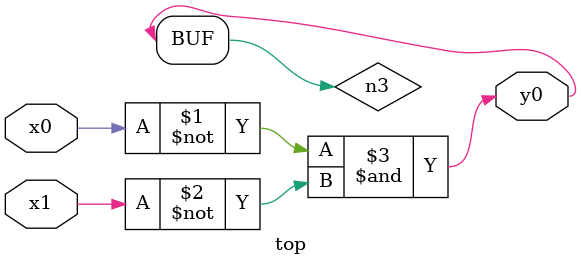
<source format=v>
module top( x0 , x1 , y0 );
  input x0 , x1 ;
  output y0 ;
  wire n3 ;
  assign n3 = ~x0 & ~x1 ;
  assign y0 = n3 ;
endmodule

</source>
